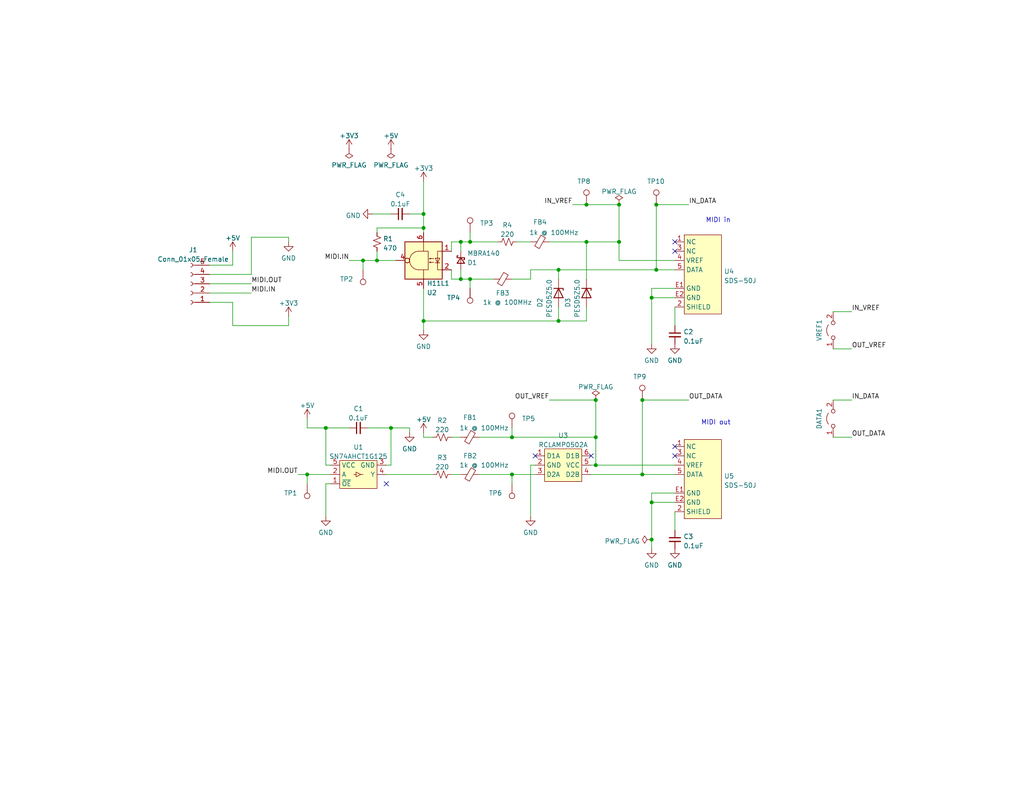
<source format=kicad_sch>
(kicad_sch (version 20211123) (generator eeschema)
  (paper "USLetter")
  (title_block (title "MIDI IN/OUT"))
  (lib_symbols
    (symbol "Connector:Conn_01x05_Female" (pin_names (offset 1.016) hide)
      (property "Reference" "J" (at 0 7.62 0))
      (property "Value" "Conn_01x05_Female" (at 0 -7.62 0))
      (symbol "Conn_01x05_Female_1_1"
        (arc (start 0 -4.572) (mid -0.508 -5.08) (end 0 -5.588) (stroke (width 0.1524)))
        (arc (start 0 -2.032) (mid -0.508 -2.54) (end 0 -3.048) (stroke (width 0.1524)))
        (polyline (pts (xy -1.27 -5.08) (xy -0.508 -5.08)) (stroke (width 0.1524)))
        (polyline (pts (xy -1.27 -2.54) (xy -0.508 -2.54)) (stroke (width 0.1524)))
        (polyline (pts (xy -1.27 0) (xy -0.508 0)) (stroke (width 0.1524)))
        (polyline (pts (xy -1.27 2.54) (xy -0.508 2.54)) (stroke (width 0.1524)))
        (polyline (pts (xy -1.27 5.08) (xy -0.508 5.08)) (stroke (width 0.1524)))
        (arc (start 0 0.508) (mid -0.508 0) (end 0 -0.508) (stroke (width 0.1524)))
        (arc (start 0 3.048) (mid -0.508 2.54) (end 0 2.032) (stroke (width 0.1524)))
        (arc (start 0 5.588) (mid -0.508 5.08) (end 0 4.572) (stroke (width 0.1524)))
        (pin passive line (at -5.08 5.08 0) (length 3.81) (name "Pin_1") (number "1"))
        (pin passive line (at -5.08 2.54 0) (length 3.81) (name "Pin_2") (number "2"))
        (pin passive line (at -5.08 0 0) (length 3.81) (name "Pin_3") (number "3"))
        (pin passive line (at -5.08 -2.54 0) (length 3.81) (name "Pin_4") (number "4"))
        (pin passive line (at -5.08 -5.08 0) (length 3.81) (name "Pin_5") (number "5"))
      )
    )
    (symbol "Connector:TestPoint" (pin_numbers hide) (pin_names (offset 0.762) hide)
      (property "Reference" "TP" (at 0 6.858 0))
      (property "Value" "TestPoint" (at 0 5.08 0))
      (symbol "TestPoint_0_1"
        (circle (center 0 3.302) (radius 0.762))
      )
      (symbol "TestPoint_1_1"
        (pin passive line (at 0 0 90) (length 2.54) (name "1") (number "1"))
      )
    )
    (symbol "Device:C_Small" (pin_numbers hide) (pin_names (offset 0.254) hide)
      (property "Reference" "C" (at 0.254 1.778 0))
      (property "Value" "C_Small" (at 0.254 -2.032 0))
      (symbol "C_Small_0_1"
        (polyline (pts (xy -1.524 -0.508) (xy 1.524 -0.508)) (stroke (width 0.3302)))
        (polyline (pts (xy -1.524 0.508) (xy 1.524 0.508)) (stroke (width 0.3048)))
      )
      (symbol "C_Small_1_1"
        (pin passive line (at 0 2.54 270) (length 2.032) (name "~") (number "1"))
        (pin passive line (at 0 -2.54 90) (length 2.032) (name "~") (number "2"))
      )
    )
    (symbol "Device:D_Schottky_Small" (pin_numbers hide) (pin_names (offset 0.254) hide)
      (property "Reference" "D" (at -1.27 2.032 0))
      (property "Value" "D_Schottky_Small" (at -7.112 -2.032 0))
      (symbol "D_Schottky_Small_0_1"
        (polyline (pts (xy -0.762 0) (xy 0.762 0)))
        (polyline (pts (xy 0.762 -1.016) (xy -0.762 0) (xy 0.762 1.016) (xy 0.762 -1.016)) (stroke (width 0.254)))
        (polyline (pts (xy -1.27 0.762) (xy -1.27 1.016) (xy -0.762 1.016) (xy -0.762 -1.016) (xy -0.254 -1.016) (xy -0.254 -0.762)) (stroke (width 0.254)))
      )
      (symbol "D_Schottky_Small_1_1"
        (pin passive line (at -2.54 0 0) (length 1.778) (name "K") (number "1"))
        (pin passive line (at 2.54 0 180) (length 1.778) (name "A") (number "2"))
      )
    )
    (symbol "Device:D_Zener" (pin_numbers hide) (pin_names (offset 1.016) hide)
      (property "Reference" "D" (at 0 2.54 0))
      (property "Value" "D_Zener" (at 0 -2.54 0))
      (symbol "D_Zener_0_1"
        (polyline (pts (xy 1.27 0) (xy -1.27 0)))
        (polyline (pts (xy -1.27 -1.27) (xy -1.27 1.27) (xy -0.762 1.27)) (stroke (width 0.254)))
        (polyline (pts (xy 1.27 -1.27) (xy 1.27 1.27) (xy -1.27 0) (xy 1.27 -1.27)) (stroke (width 0.254)))
      )
      (symbol "D_Zener_1_1"
        (pin passive line (at -3.81 0 0) (length 2.54) (name "K") (number "1"))
        (pin passive line (at 3.81 0 180) (length 2.54) (name "A") (number "2"))
      )
    )
    (symbol "Device:FerriteBead_Small" (pin_numbers hide) (pin_names (offset 0))
      (property "Reference" "FB" (at 1.905 1.27 0))
      (property "Value" "FerriteBead_Small" (at 1.905 -1.27 0))
      (symbol "FerriteBead_Small_0_1"
        (polyline (pts (xy 0 -1.27) (xy 0 -0.7874)))
        (polyline (pts (xy 0 0.889) (xy 0 1.2954)))
        (polyline (pts (xy -1.8288 0.2794) (xy -1.1176 1.4986) (xy 1.8288 -0.2032) (xy 1.1176 -1.4224) (xy -1.8288 0.2794)))
      )
      (symbol "FerriteBead_Small_1_1"
        (pin passive line (at 0 2.54 270) (length 1.27) (name "~") (number "1"))
        (pin passive line (at 0 -2.54 90) (length 1.27) (name "~") (number "2"))
      )
    )
    (symbol "Device:R_Small_US" (pin_numbers hide) (pin_names (offset 0.254) hide)
      (property "Reference" "R" (at 0.762 0.508 0))
      (property "Value" "R_Small_US" (at 0.762 -1.016 0))
      (symbol "R_Small_US_1_1"
        (polyline (pts (xy 0 0) (xy 1.016 -0.381) (xy 0 -0.762) (xy -1.016 -1.143) (xy 0 -1.524)))
        (polyline (pts (xy 0 1.524) (xy 1.016 1.143) (xy 0 0.762) (xy -1.016 0.381) (xy 0 0)))
        (pin passive line (at 0 2.54 270) (length 1.016) (name "~") (number "1"))
        (pin passive line (at 0 -2.54 90) (length 1.016) (name "~") (number "2"))
      )
    )
    (symbol "Isolator:H11L1" (pin_names (offset 1.016))
      (property "Reference" "U" (at 1.27 8.89 0))
      (property "Value" "H11L1" (at 1.27 6.35 0))
      (symbol "H11L1_0_1"
        (rectangle (start -5.08 5.08) (end 5.08 -5.08) (stroke (width 0.254)) (fill (type background)))
        (polyline (pts (xy -4.445 -0.635) (xy -3.175 -0.635)))
        (polyline (pts (xy 0 2.54) (xy 0 5.08)))
        (polyline (pts (xy 0 -2.54) (xy 0 -5.08) (xy 0 -3.81)))
        (polyline (pts (xy -5.08 -2.54) (xy -3.81 -2.54) (xy -3.81 2.54) (xy -5.08 2.54)))
        (polyline (pts (xy -3.81 -0.635) (xy -4.445 0.635) (xy -3.175 0.635) (xy -3.81 -0.635)))
        (polyline (pts (xy 1.27 -2.54) (xy -1.27 -2.54) (xy -1.27 2.54) (xy 1.27 2.54)))
        (polyline (pts (xy -2.794 -0.508) (xy -1.524 -0.508) (xy -1.905 -0.635) (xy -1.905 -0.381) (xy -1.524 -0.508)))
        (polyline (pts (xy -2.794 0.508) (xy -1.524 0.508) (xy -1.905 0.381) (xy -1.905 0.635) (xy -1.524 0.508)))
        (arc (start 1.27 -2.54) (mid 3.81 0) (end 1.27 2.54))
      )
      (symbol "H11L1_1_1"
        (pin passive line (at -7.62 2.54 0) (length 2.54) (name "~") (number "1"))
        (pin passive line (at -7.62 -2.54 0) (length 2.54) (name "~") (number "2"))
        (pin no_connect line (at -5.08 0 0) (length 2.54) hide (name "~") (number "3"))
        (pin output inverted (at 7.62 0 180) (length 3.81) (name "~") (number "4"))
        (pin power_in line (at 0 -7.62 90) (length 2.54) (name "~") (number "5"))
        (pin power_in line (at 0 7.62 270) (length 2.54) (name "~") (number "6"))
      )
    )
    (symbol "Jumper:Jumper_2_Open" (pin_names (offset 0) hide)
      (property "Reference" "JP" (at 0 2.794 0))
      (property "Value" "Jumper_2_Open" (at 0 -2.286 0))
      (symbol "Jumper_2_Open_0_0"
        (circle (center -2.032 0) (radius 0.508))
        (circle (center 2.032 0) (radius 0.508))
      )
      (symbol "Jumper_2_Open_0_1"
        (arc (start 1.524 1.27) (mid 0 1.778) (end -1.524 1.27))
      )
      (symbol "Jumper_2_Open_1_1"
        (pin passive line (at -5.08 0 0) (length 2.54) (name "A") (number "1"))
        (pin passive line (at 5.08 0 180) (length 2.54) (name "B") (number "2"))
      )
    )
    (symbol "power:+3V3" (power) (pin_names (offset 0))
      (property "Value" "+3V3" (at 0 3.556 0))
      (symbol "+3V3_0_1"
        (polyline (pts (xy -0.762 1.27) (xy 0 2.54)))
        (polyline (pts (xy 0 0) (xy 0 2.54)))
        (polyline (pts (xy 0 2.54) (xy 0.762 1.27)))
      )
      (symbol "+3V3_1_1"
        (pin power_in line (at 0 0 90) (length 0) hide (name "+3V3") (number "1"))
      )
    )
    (symbol "power:+5V" (power) (pin_names (offset 0))
      (property "Value" "+5V" (at 0 3.556 0))
      (symbol "+5V_0_1"
        (polyline (pts (xy -0.762 1.27) (xy 0 2.54)))
        (polyline (pts (xy 0 0) (xy 0 2.54)))
        (polyline (pts (xy 0 2.54) (xy 0.762 1.27)))
      )
      (symbol "+5V_1_1"
        (pin power_in line (at 0 0 90) (length 0) hide (name "+5V") (number "1"))
      )
    )
    (symbol "power:GND" (power) (pin_names (offset 0))
      (property "Value" "GND" (at 0 -3.81 0))
      (symbol "GND_0_1"
        (polyline (pts (xy 0 0) (xy 0 -1.27) (xy 1.27 -1.27) (xy 0 -2.54) (xy -1.27 -1.27) (xy 0 -1.27)))
      )
      (symbol "GND_1_1"
        (pin power_in line (at 0 0 270) (length 0) hide (name "GND") (number "1"))
      )
    )
    (symbol "power:PWR_FLAG" (power) (pin_numbers hide) (pin_names (offset 0) hide)
      (property "Value" "PWR_FLAG" (at 0 3.81 0))
      (symbol "PWR_FLAG_0_0"
        (pin power_out line (at 0 0 90) (length 0) (name "pwr") (number "1"))
      )
      (symbol "PWR_FLAG_0_1"
        (polyline (pts (xy 0 0) (xy 0 1.27) (xy -1.016 1.905) (xy 0 2.54) (xy 1.016 1.905) (xy 0 1.27)))
      )
    )
    (symbol "symbols:RCLAMP0502A"
      (property "Reference" "U" (at -4.445 5.715 0))
      (property "Value" "RCLAMP0502A" (at 0 -5.715 0))
      (symbol "RCLAMP0502A_0_1"
        (rectangle (start -5.08 4.445) (end 5.08 -4.445) (stroke (width 0.1524)) (fill (type background)))
      )
      (symbol "RCLAMP0502A_1_1"
        (pin bidirectional line (at -7.62 2.54 0) (length 2.54) (name "D1A") (number "1"))
        (pin power_in line (at -7.62 0 0) (length 2.54) (name "GND") (number "2"))
        (pin bidirectional line (at -7.62 -2.54 0) (length 2.54) (name "D2A") (number "3"))
        (pin bidirectional line (at 7.62 -2.54 180) (length 2.54) (name "D2B") (number "4"))
        (pin power_in line (at 7.62 0 180) (length 2.54) (name "VCC") (number "5"))
        (pin bidirectional line (at 7.62 2.54 180) (length 2.54) (name "D1B") (number "6"))
      )
    )
    (symbol "symbols:SDS-50J"
      (property "Reference" "U" (at -3.81 9.525 0))
      (property "Value" "SDS-50J" (at -0.635 -15.24 0))
      (symbol "SDS-50J_0_1"
        (rectangle (start -5.08 8.255) (end 5.08 -13.335) (stroke (width 0.1524)) (fill (type background)))
      )
      (symbol "SDS-50J_1_1"
        (pin passive line (at -7.62 6.35 0) (length 2.54) (name "NC") (number "1"))
        (pin passive line (at -7.62 -11.43 0) (length 2.54) (name "SHIELD") (number "2"))
        (pin passive line (at -7.62 3.81 0) (length 2.54) (name "NC") (number "3"))
        (pin power_in line (at -7.62 1.27 0) (length 2.54) (name "VREF") (number "4"))
        (pin bidirectional line (at -7.62 -1.27 0) (length 2.54) (name "DATA") (number "5"))
        (pin power_in line (at -7.62 -6.35 0) (length 2.54) (name "GND") (number "E1"))
        (pin power_in line (at -7.62 -8.89 0) (length 2.54) (name "GND") (number "E2"))
      )
    )
    (symbol "symbols:SN74AHCT1G125"
      (property "Reference" "U" (at -3.81 6.35 0))
      (property "Value" "SN74AHCT1G125" (at 0 -4.445 0))
      (symbol "SN74AHCT1G125_0_1"
        (rectangle (start -5.08 5.08) (end 5.08 -2.54) (stroke (width 0.1524)) (fill (type background)))
        (polyline (pts (xy -0.635 1.27) (xy -1.27 1.27)) (stroke (width 0.1524)))
        (polyline (pts (xy 0.635 1.27) (xy 1.27 1.27)) (stroke (width 0.1524)))
        (polyline (pts (xy -0.635 1.905) (xy -0.635 0.635) (xy 0.635 1.27) (xy -0.635 1.905)) (stroke (width 0.1524)))
      )
      (symbol "SN74AHCT1G125_1_1"
        (pin passive line (at -7.62 -1.27 0) (length 2.54) (name "~{OE}") (number "1"))
        (pin input line (at -7.62 1.27 0) (length 2.54) (name "A") (number "2"))
        (pin power_in line (at 7.62 3.81 180) (length 2.54) (name "GND") (number "3"))
        (pin output line (at 7.62 1.27 180) (length 2.54) (name "Y") (number "4"))
        (pin power_in line (at -7.62 3.81 0) (length 2.54) (name "VCC") (number "5"))
      )
    )
  )
  (junction (at 179.07 73.66))
  (junction (at 128.27 66.04))
  (junction (at 175.26 129.54))
  (junction (at 177.8 137.16))
  (junction (at 139.7 129.54))
  (junction (at 177.8 81.28))
  (junction (at 99.06 71.12))
  (junction (at 88.9 116.84))
  (junction (at 175.26 109.22))
  (junction (at 106.68 116.84))
  (junction (at 83.82 129.54))
  (junction (at 125.73 66.04))
  (junction (at 168.91 55.88))
  (junction (at 128.27 76.2))
  (junction (at 125.73 76.2))
  (junction (at 115.57 58.42))
  (junction (at 115.57 87.63))
  (junction (at 162.56 109.22))
  (junction (at 152.4 87.63))
  (junction (at 160.02 55.88))
  (junction (at 162.56 127))
  (junction (at 162.56 119.38))
  (junction (at 160.02 66.04))
  (junction (at 152.4 73.66))
  (junction (at 177.8 147.32))
  (junction (at 102.87 71.12))
  (junction (at 139.7 119.38))
  (junction (at 179.07 55.88))
  (junction (at 115.57 62.23))
  (junction (at 168.91 66.04))
  (no_connect (at 184.15 121.92))
  (no_connect (at 184.15 124.46))
  (no_connect (at 146.05 124.46))
  (no_connect (at 184.15 68.58))
  (no_connect (at 184.15 66.04))
  (no_connect (at 105.41 132.08))
  (no_connect (at 161.29 124.46))
  (wire (pts (xy 177.8 147.32) (xy 177.8 137.16)))
  (wire (pts (xy 139.7 119.38) (xy 162.56 119.38)))
  (wire (pts (xy 128.27 76.2) (xy 128.27 78.74)))
  (wire (pts (xy 175.26 109.22) (xy 175.26 129.54)))
  (wire (pts (xy 123.19 119.38) (xy 125.73 119.38)))
  (wire (pts (xy 128.27 76.2) (xy 134.62 76.2)))
  (wire (pts (xy 175.26 129.54) (xy 184.15 129.54)))
  (wire (pts (xy 149.86 109.22) (xy 162.56 109.22)))
  (wire (pts (xy 177.8 78.74) (xy 184.15 78.74)))
  (wire (pts (xy 161.29 129.54) (xy 175.26 129.54)))
  (wire (pts (xy 168.91 66.04) (xy 168.91 71.12)))
  (wire (pts (xy 57.15 74.93) (xy 68.58 74.93)))
  (wire (pts (xy 168.91 55.88) (xy 168.91 66.04)))
  (wire (pts (xy 115.57 49.53) (xy 115.57 58.42)))
  (wire (pts (xy 83.82 116.84) (xy 88.9 116.84)))
  (wire (pts (xy 102.87 63.5) (xy 102.87 62.23)))
  (wire (pts (xy 68.58 64.77) (xy 78.74 64.77)))
  (wire (pts (xy 106.68 116.84) (xy 111.76 116.84)))
  (wire (pts (xy 78.74 88.9) (xy 78.74 86.36)))
  (wire (pts (xy 139.7 129.54) (xy 139.7 132.08)))
  (wire (pts (xy 68.58 74.93) (xy 68.58 64.77)))
  (wire (pts (xy 78.74 64.77) (xy 78.74 66.04)))
  (wire (pts (xy 123.19 68.58) (xy 123.19 66.04)))
  (wire (pts (xy 177.8 81.28) (xy 177.8 78.74)))
  (wire (pts (xy 177.8 137.16) (xy 177.8 134.62)))
  (wire (pts (xy 88.9 132.08) (xy 90.17 132.08)))
  (wire (pts (xy 144.78 73.66) (xy 152.4 73.66)))
  (wire (pts (xy 128.27 66.04) (xy 135.89 66.04)))
  (wire (pts (xy 102.87 62.23) (xy 115.57 62.23)))
  (wire (pts (xy 125.73 73.66) (xy 125.73 76.2)))
  (wire (pts (xy 123.19 76.2) (xy 125.73 76.2)))
  (wire (pts (xy 63.5 72.39) (xy 63.5 68.58)))
  (wire (pts (xy 115.57 78.74) (xy 115.57 87.63)))
  (wire (pts (xy 115.57 58.42) (xy 115.57 62.23)))
  (wire (pts (xy 160.02 55.88) (xy 168.91 55.88)))
  (wire (pts (xy 160.02 83.82) (xy 160.02 87.63)))
  (wire (pts (xy 83.82 129.54) (xy 90.17 129.54)))
  (wire (pts (xy 184.15 83.82) (xy 184.15 88.9)))
  (wire (pts (xy 111.76 116.84) (xy 111.76 118.11)))
  (wire (pts (xy 115.57 63.5) (xy 115.57 62.23)))
  (wire (pts (xy 139.7 116.84) (xy 139.7 119.38)))
  (wire (pts (xy 227.33 119.38) (xy 232.41 119.38)))
  (wire (pts (xy 179.07 55.88) (xy 179.07 73.66)))
  (wire (pts (xy 184.15 139.7) (xy 184.15 144.78)))
  (wire (pts (xy 102.87 71.12) (xy 107.95 71.12)))
  (wire (pts (xy 160.02 66.04) (xy 160.02 76.2)))
  (wire (pts (xy 144.78 127) (xy 144.78 140.97)))
  (wire (pts (xy 88.9 116.84) (xy 88.9 127)))
  (wire (pts (xy 168.91 71.12) (xy 184.15 71.12)))
  (wire (pts (xy 187.96 109.22) (xy 175.26 109.22)))
  (wire (pts (xy 179.07 73.66) (xy 184.15 73.66)))
  (wire (pts (xy 88.9 140.97) (xy 88.9 132.08)))
  (wire (pts (xy 102.87 68.58) (xy 102.87 71.12)))
  (wire (pts (xy 125.73 76.2) (xy 128.27 76.2)))
  (wire (pts (xy 161.29 127) (xy 162.56 127)))
  (wire (pts (xy 139.7 129.54) (xy 146.05 129.54)))
  (wire (pts (xy 160.02 66.04) (xy 168.91 66.04)))
  (wire (pts (xy 111.76 58.42) (xy 115.57 58.42)))
  (wire (pts (xy 83.82 114.3) (xy 83.82 116.84)))
  (wire (pts (xy 227.33 95.25) (xy 232.41 95.25)))
  (wire (pts (xy 162.56 127) (xy 184.15 127)))
  (wire (pts (xy 128.27 66.04) (xy 128.27 63.5)))
  (wire (pts (xy 152.4 73.66) (xy 179.07 73.66)))
  (wire (pts (xy 106.68 116.84) (xy 106.68 127)))
  (wire (pts (xy 99.06 71.12) (xy 102.87 71.12)))
  (wire (pts (xy 57.15 80.01) (xy 68.58 80.01)))
  (wire (pts (xy 101.6 58.42) (xy 106.68 58.42)))
  (wire (pts (xy 160.02 66.04) (xy 149.86 66.04)))
  (wire (pts (xy 83.82 129.54) (xy 83.82 132.08)))
  (wire (pts (xy 152.4 73.66) (xy 152.4 76.2)))
  (wire (pts (xy 179.07 55.88) (xy 187.96 55.88)))
  (wire (pts (xy 177.8 81.28) (xy 184.15 81.28)))
  (wire (pts (xy 152.4 87.63) (xy 160.02 87.63)))
  (wire (pts (xy 57.15 82.55) (xy 63.5 82.55)))
  (wire (pts (xy 162.56 127) (xy 162.56 119.38)))
  (wire (pts (xy 227.33 85.09) (xy 232.41 85.09)))
  (wire (pts (xy 227.33 109.22) (xy 232.41 109.22)))
  (wire (pts (xy 99.06 71.12) (xy 99.06 73.66)))
  (wire (pts (xy 130.81 119.38) (xy 139.7 119.38)))
  (wire (pts (xy 115.57 118.11) (xy 115.57 119.38)))
  (wire (pts (xy 177.8 149.86) (xy 177.8 147.32)))
  (wire (pts (xy 123.19 129.54) (xy 125.73 129.54)))
  (wire (pts (xy 144.78 127) (xy 146.05 127)))
  (wire (pts (xy 140.97 66.04) (xy 144.78 66.04)))
  (wire (pts (xy 57.15 72.39) (xy 63.5 72.39)))
  (wire (pts (xy 144.78 73.66) (xy 144.78 76.2)))
  (wire (pts (xy 63.5 88.9) (xy 78.74 88.9)))
  (wire (pts (xy 115.57 87.63) (xy 152.4 87.63)))
  (wire (pts (xy 144.78 76.2) (xy 139.7 76.2)))
  (wire (pts (xy 156.21 55.88) (xy 160.02 55.88)))
  (wire (pts (xy 125.73 66.04) (xy 128.27 66.04)))
  (wire (pts (xy 90.17 127) (xy 88.9 127)))
  (wire (pts (xy 115.57 119.38) (xy 118.11 119.38)))
  (wire (pts (xy 100.33 116.84) (xy 106.68 116.84)))
  (wire (pts (xy 63.5 82.55) (xy 63.5 88.9)))
  (wire (pts (xy 105.41 127) (xy 106.68 127)))
  (wire (pts (xy 123.19 66.04) (xy 125.73 66.04)))
  (wire (pts (xy 152.4 83.82) (xy 152.4 87.63)))
  (wire (pts (xy 177.8 81.28) (xy 177.8 93.98)))
  (wire (pts (xy 130.81 129.54) (xy 139.7 129.54)))
  (wire (pts (xy 177.8 137.16) (xy 184.15 137.16)))
  (wire (pts (xy 105.41 129.54) (xy 118.11 129.54)))
  (wire (pts (xy 57.15 77.47) (xy 68.58 77.47)))
  (wire (pts (xy 115.57 87.63) (xy 115.57 90.17)))
  (wire (pts (xy 88.9 116.84) (xy 95.25 116.84)))
  (wire (pts (xy 177.8 134.62) (xy 184.15 134.62)))
  (wire (pts (xy 162.56 109.22) (xy 162.56 119.38)))
  (wire (pts (xy 123.19 73.66) (xy 123.19 76.2)))
  (wire (pts (xy 81.28 129.54) (xy 83.82 129.54)))
  (wire (pts (xy 125.73 66.04) (xy 125.73 68.58)))
  (wire (pts (xy 95.25 71.12) (xy 99.06 71.12)))
  (text "MIDI in\n" (at 199.39 60.96 180) (effects (font (size 1.27 1.27)) (justify right bottom)))
  (text "MIDI out\n" (at 199.39 116.205 180) (effects (font (size 1.27 1.27)) (justify right bottom)))
  (label "MIDI.OUT" (at 68.58 77.47 0))
  (label "MIDI.OUT" (at 81.28 129.54 180))
  (label "IN_DATA" (at 187.96 55.88 0))
  (label "OUT_VREF" (at 232.41 95.25 0))
  (label "MIDI.IN" (at 95.25 71.12 180))
  (label "MIDI.IN" (at 68.58 80.01 0))
  (label "OUT_VREF" (at 149.86 109.22 180))
  (label "IN_VREF" (at 156.21 55.88 180))
  (label "OUT_DATA" (at 187.96 109.22 0))
  (label "IN_DATA" (at 232.41 109.22 0))
  (label "IN_VREF" (at 232.41 85.09 0))
  (label "OUT_DATA" (at 232.41 119.38 0))
  (symbol (lib_id "Connector:TestPoint") (at 139.7 132.08 180) (unit 1)
    (property "Reference" "TP6" (at 133.35 134.62 0) (effects (justify right)))
    (property "Value" "TestPoint" (effects hide))
    (property "Footprint" "TestPoint:TestPoint_Pad_D1.0mm" (effects hide))
  )
  (symbol (lib_id "power:GND") (at 184.15 149.86 0) (unit 1)
    (property "Reference" "#PWR011" (effects hide))
    (property "Value" "GND" (at 184.15 154.3034 0))
  )
  (symbol (lib_id "power:PWR_FLAG") (at 162.56 109.22 0) (unit 1)
    (property "Reference" "#FLG01" (effects hide))
    (property "Value" "PWR_FLAG" (at 162.56 105.6442 0))
  )
  (symbol (lib_id "power:GND") (at 115.57 90.17 0) (unit 1)
    (property "Reference" "#PWR05" (effects hide))
    (property "Value" "GND" (at 115.57 94.6134 0))
  )
  (symbol (lib_id "symbols:RCLAMP0502A") (at 153.67 127 0) (unit 1)
    (property "Reference" "U3" (at 153.67 118.906 0))
    (property "Value" "RCLAMP0502A" (at 153.67 121.4429 0))
    (property "Footprint" "Package_TO_SOT_SMD:SOT-666" (effects hide))
  )
  (symbol (lib_id "power:GND") (at 88.9 140.97 0) (unit 1)
    (property "Reference" "#PWR02" (effects hide))
    (property "Value" "GND" (at 88.9 145.4134 0))
  )
  (symbol (lib_id "symbols:SN74AHCT1G125") (at 97.79 130.81 0) (unit 1)
    (property "Reference" "U1" (at 97.79 122.081 0))
    (property "Value" "SN74AHCT1G125" (at 97.79 124.6179 0))
    (property "Footprint" "Package_TO_SOT_SMD:SOT-23-5" (effects hide))
  )
  (symbol (lib_id "Connector:TestPoint") (at 160.02 55.88 0) (unit 1)
    (property "Reference" "TP8" (at 157.48 49.53 0) (effects (justify left)))
    (property "Value" "TestPoint" (effects hide))
    (property "Footprint" "TestPoint:TestPoint_Pad_D1.0mm" (effects hide))
  )
  (symbol (lib_id "power:GND") (at 144.78 140.97 0) (unit 1)
    (property "Reference" "#PWR07" (effects hide))
    (property "Value" "GND" (at 144.78 145.4134 0))
  )
  (symbol (lib_id "Device:R_Small_US") (at 120.65 119.38 90) (unit 1)
    (property "Reference" "R2" (at 120.65 114.7912 90))
    (property "Value" "220" (at 120.65 117.3281 90))
    (property "Footprint" "Resistor_SMD:R_0603_1608Metric" (effects hide))
  )
  (symbol (lib_id "Connector:TestPoint") (at 175.26 109.22 0) (unit 1)
    (property "Reference" "TP9" (at 172.72 102.87 0) (effects (justify left)))
    (property "Value" "TestPoint" (effects hide))
    (property "Footprint" "TestPoint:TestPoint_Pad_D1.0mm" (effects hide))
  )
  (symbol (lib_id "power:+3V3") (at 78.74 86.36 0) (unit 1)
    (property "Reference" "#PWR014" (effects hide))
    (property "Value" "+3V3" (at 78.74 82.7842 0))
  )
  (symbol (lib_id "power:+3V3") (at 95.25 40.64 0) (unit 1)
    (property "Reference" "#PWR0101" (effects hide))
    (property "Value" "+3V3" (at 95.25 37.0642 0))
  )
  (symbol (lib_id "Device:C_Small") (at 184.15 147.32 0) (unit 1)
    (property "Reference" "C3" (at 186.4741 146.4916 0) (effects (justify left)))
    (property "Value" "0.1uF" (at 186.4741 149.0285 0) (effects (justify left)))
    (property "Footprint" "Capacitor_SMD:C_0603_1608Metric" (effects hide))
  )
  (symbol (lib_id "power:PWR_FLAG") (at 168.91 55.88 0) (unit 1)
    (property "Reference" "#FLG02" (effects hide))
    (property "Value" "PWR_FLAG" (at 168.91 52.3042 0))
  )
  (symbol (lib_id "Connector:TestPoint") (at 83.82 132.08 180) (unit 1)
    (property "Reference" "TP1" (at 77.47 134.62 0) (effects (justify right)))
    (property "Value" "TestPoint" (effects hide))
    (property "Footprint" "TestPoint:TestPoint_Pad_D1.0mm" (effects hide))
  )
  (symbol (lib_id "Device:C_Small") (at 109.22 58.42 90) (unit 1)
    (property "Reference" "C4" (at 109.2263 53.1581 90))
    (property "Value" "0.1uF" (at 109.2263 55.695 90))
    (property "Footprint" "Capacitor_SMD:C_0603_1608Metric" (effects hide))
  )
  (symbol (lib_id "Jumper:Jumper_2_Open") (at 227.33 114.3 90) (unit 1)
    (property "Reference" "DATA1" (at 223.52 114.3 0))
    (property "Value" "Jumper_2_Open" (effects hide))
    (property "Footprint" "Connector_PinHeader_2.54mm:PinHeader_1x02_P2.54mm_Vertical" (effects hide))
  )
  (symbol (lib_id "Connector:TestPoint") (at 128.27 78.74 180) (unit 1)
    (property "Reference" "TP4" (at 121.92 81.28 0) (effects (justify right)))
    (property "Value" "TestPoint" (effects hide))
    (property "Footprint" "TestPoint:TestPoint_Pad_D1.0mm" (effects hide))
  )
  (symbol (lib_id "Device:C_Small") (at 184.15 91.44 0) (unit 1)
    (property "Reference" "C2" (at 186.4741 90.6116 0) (effects (justify left)))
    (property "Value" "0.1uF" (at 186.4741 93.1485 0) (effects (justify left)))
    (property "Footprint" "Capacitor_SMD:C_0603_1608Metric" (effects hide))
  )
  (symbol (lib_id "Connector:TestPoint") (at 139.7 116.84 0) (unit 1)
    (property "Reference" "TP5" (at 146.05 114.3 0) (effects (justify right)))
    (property "Value" "TestPoint" (effects hide))
    (property "Footprint" "TestPoint:TestPoint_Pad_D1.0mm" (effects hide))
  )
  (symbol (lib_id "power:+5V") (at 63.5 68.58 0) (unit 1)
    (property "Reference" "#PWR012" (effects hide))
    (property "Value" "+5V" (at 63.5 65.0042 0))
  )
  (symbol (lib_id "Connector:TestPoint") (at 179.07 55.88 0) (unit 1)
    (property "Reference" "TP10" (at 176.53 49.53 0) (effects (justify left)))
    (property "Value" "TestPoint" (effects hide))
    (property "Footprint" "TestPoint:TestPoint_Pad_D1.0mm" (effects hide))
  )
  (symbol (lib_id "power:PWR_FLAG") (at 106.68 40.64 180) (unit 1)
    (property "Reference" "#FLG0103" (effects hide))
    (property "Value" "PWR_FLAG" (at 106.68 45.0834 0))
  )
  (symbol (lib_id "Device:D_Schottky_Small") (at 125.73 71.12 90) (mirror x) (unit 1)
    (property "Reference" "D1" (at 127.508 71.7007 90) (effects (justify right)))
    (property "Value" "MBRA140" (at 127.508 69.1638 90) (effects (justify right)))
    (property "Footprint" "footprints:DO-214AC (SMA)" (effects hide))
  )
  (symbol (lib_id "Isolator:H11L1") (at 115.57 71.12 0) (mirror y) (unit 1)
    (property "Reference" "U2" (at 116.4589 79.8998 0) (effects (justify right)))
    (property "Value" "H11L1" (at 116.4589 77.3629 0) (effects (justify right)))
    (property "Footprint" "Package_DIP:DIP-6_W7.62mm" (effects hide))
    (property "Datasheet" "https://www.onsemi.com/pub/Collateral/H11L3M-D.PDF" (effects hide))
  )
  (symbol (lib_id "power:GND") (at 177.8 93.98 0) (unit 1)
    (property "Reference" "#PWR08" (effects hide))
    (property "Value" "GND" (at 177.8 98.4234 0))
  )
  (symbol (lib_id "Device:C_Small") (at 97.79 116.84 90) (unit 1)
    (property "Reference" "C1" (at 97.7963 111.5781 90))
    (property "Value" "0.1uF" (at 97.7963 114.115 90))
    (property "Footprint" "Capacitor_SMD:C_0603_1608Metric" (effects hide))
  )
  (symbol (lib_id "Connector:Conn_01x05_Female") (at 52.07 77.47 180) (unit 1)
    (property "Reference" "J1" (at 52.705 68.233 0))
    (property "Value" "Conn_01x05_Female" (at 52.705 70.7699 0))
    (property "Footprint" "Connector_PinSocket_2.54mm:PinSocket_1x05_P2.54mm_Vertical" (effects hide))
  )
  (symbol (lib_id "Device:FerriteBead_Small") (at 128.27 119.38 90) (unit 1)
    (property "Reference" "FB1" (at 128.2319 113.9784 90))
    (property "Value" "1k @ 100MHz" (at 132.08 116.84 90))
    (property "Footprint" "Inductor_SMD:L_0603_1608Metric" (effects hide))
  )
  (symbol (lib_id "Device:R_Small_US") (at 138.43 66.04 90) (unit 1)
    (property "Reference" "R4" (at 138.43 61.4512 90))
    (property "Value" "220" (at 138.43 63.9881 90))
    (property "Footprint" "Resistor_SMD:R_0603_1608Metric" (effects hide))
  )
  (symbol (lib_id "Connector:TestPoint") (at 99.06 73.66 180) (unit 1)
    (property "Reference" "TP2" (at 92.71 76.2 0) (effects (justify right)))
    (property "Value" "TestPoint" (effects hide))
    (property "Footprint" "TestPoint:TestPoint_Pad_D1.0mm" (effects hide))
  )
  (symbol (lib_id "Device:FerriteBead_Small") (at 137.16 76.2 270) (unit 1)
    (property "Reference" "FB3" (at 137.16 80.01 90))
    (property "Value" "1k @ 100MHz" (at 138.43 82.55 90))
    (property "Footprint" "Inductor_SMD:L_0603_1608Metric" (effects hide))
  )
  (symbol (lib_id "power:PWR_FLAG") (at 95.25 40.64 180) (unit 1)
    (property "Reference" "#FLG0101" (effects hide))
    (property "Value" "PWR_FLAG" (at 95.25 45.0834 0))
  )
  (symbol (lib_id "Device:R_Small_US") (at 120.65 129.54 90) (unit 1)
    (property "Reference" "R3" (at 120.65 124.9512 90))
    (property "Value" "220" (at 120.65 127.4881 90))
    (property "Footprint" "Resistor_SMD:R_0603_1608Metric" (effects hide))
  )
  (symbol (lib_id "symbols:SDS-50J") (at 191.77 128.27 0) (unit 1)
    (property "Reference" "U5" (at 197.5612 129.9753 0) (effects (justify left)))
    (property "Value" "SDS-50J" (at 197.5612 132.5122 0) (effects (justify left)))
    (property "Footprint" "footprints:SDS-J" (effects hide))
  )
  (symbol (lib_id "power:+5V") (at 115.57 118.11 0) (unit 1)
    (property "Reference" "#PWR06" (effects hide))
    (property "Value" "+5V" (at 115.57 114.5342 0))
  )
  (symbol (lib_id "power:+3V3") (at 115.57 49.53 0) (unit 1)
    (property "Reference" "#PWR04" (effects hide))
    (property "Value" "+3V3" (at 115.57 45.9542 0))
  )
  (symbol (lib_id "Device:D_Zener") (at 152.4 80.01 270) (unit 1)
    (property "Reference" "D2" (at 147.32 81.28 0) (effects (justify left)))
    (property "Value" "PESD5Z5.0" (at 149.86 76.2 0) (effects (justify left)))
    (property "Footprint" "Diode_SMD:D_SOD-523" (effects hide))
  )
  (symbol (lib_id "power:GND") (at 78.74 66.04 0) (unit 1)
    (property "Reference" "#PWR013" (effects hide))
    (property "Value" "GND" (at 78.74 70.4834 0))
  )
  (symbol (lib_id "power:GND") (at 177.8 149.86 0) (unit 1)
    (property "Reference" "#PWR09" (effects hide))
    (property "Value" "GND" (at 177.8 154.3034 0))
  )
  (symbol (lib_id "power:GND") (at 111.76 118.11 0) (unit 1)
    (property "Reference" "#PWR03" (effects hide))
    (property "Value" "GND" (at 111.76 122.5534 0))
  )
  (symbol (lib_id "Device:FerriteBead_Small") (at 128.27 129.54 270) (unit 1)
    (property "Reference" "FB2" (at 128.27 124.4631 90))
    (property "Value" "1k @ 100MHz" (at 132.08 127 90))
    (property "Footprint" "Inductor_SMD:L_0603_1608Metric" (effects hide))
  )
  (symbol (lib_id "power:+5V") (at 106.68 40.64 0) (unit 1)
    (property "Reference" "#PWR0102" (effects hide))
    (property "Value" "+5V" (at 106.68 37.0642 0))
  )
  (symbol (lib_id "power:PWR_FLAG") (at 177.8 147.32 90) (unit 1)
    (property "Reference" "#FLG0102" (effects hide))
    (property "Value" "PWR_FLAG" (at 174.6251 147.7538 90) (effects (justify left)))
  )
  (symbol (lib_id "Jumper:Jumper_2_Open") (at 227.33 90.17 90) (unit 1)
    (property "Reference" "VREF1" (at 223.52 90.17 0))
    (property "Value" "Jumper_2_Open" (effects hide))
    (property "Footprint" "Connector_PinHeader_2.54mm:PinHeader_1x02_P2.54mm_Vertical" (effects hide))
  )
  (symbol (lib_id "Device:FerriteBead_Small") (at 147.32 66.04 270) (unit 1)
    (property "Reference" "FB4" (at 147.3581 60.6384 90))
    (property "Value" "1k @ 100MHz" (at 151.13 63.5 90))
    (property "Footprint" "Inductor_SMD:L_0603_1608Metric" (effects hide))
  )
  (symbol (lib_id "Device:D_Zener") (at 160.02 80.01 270) (unit 1)
    (property "Reference" "D3" (at 154.94 81.28 0) (effects (justify left)))
    (property "Value" "PESD5Z5.0" (at 157.48 76.2 0) (effects (justify left)))
    (property "Footprint" "Diode_SMD:D_SOD-523" (effects hide))
  )
  (symbol (lib_id "power:GND") (at 184.15 93.98 0) (unit 1)
    (property "Reference" "#PWR010" (effects hide))
    (property "Value" "GND" (at 184.15 98.4234 0))
  )
  (symbol (lib_id "Device:R_Small_US") (at 102.87 66.04 0) (unit 1)
    (property "Reference" "R1" (at 104.521 65.2053 0) (effects (justify left)))
    (property "Value" "470" (at 104.521 67.7422 0) (effects (justify left)))
    (property "Footprint" "Resistor_SMD:R_0603_1608Metric" (effects hide))
  )
  (symbol (lib_id "power:+5V") (at 83.82 114.3 0) (unit 1)
    (property "Reference" "#PWR01" (effects hide))
    (property "Value" "+5V" (at 83.82 110.7242 0))
  )
  (symbol (lib_id "Connector:TestPoint") (at 128.27 63.5 0) (unit 1)
    (property "Reference" "TP3" (at 134.62 60.96 0) (effects (justify right)))
    (property "Value" "TestPoint" (effects hide))
    (property "Footprint" "TestPoint:TestPoint_Pad_D1.0mm" (effects hide))
  )
  (symbol (lib_id "power:GND") (at 101.6 58.42 270) (unit 1)
    (property "Reference" "#PWR0103" (effects hide))
    (property "Value" "GND" (at 98.4251 58.8538 90) (effects (justify right)))
  )
  (symbol (lib_id "symbols:SDS-50J") (at 191.77 72.39 0) (unit 1)
    (property "Reference" "U4" (at 197.5612 74.0953 0) (effects (justify left)))
    (property "Value" "SDS-50J" (at 197.5612 76.6322 0) (effects (justify left)))
    (property "Footprint" "footprints:SDS-J" (effects hide))
  )
)
</source>
